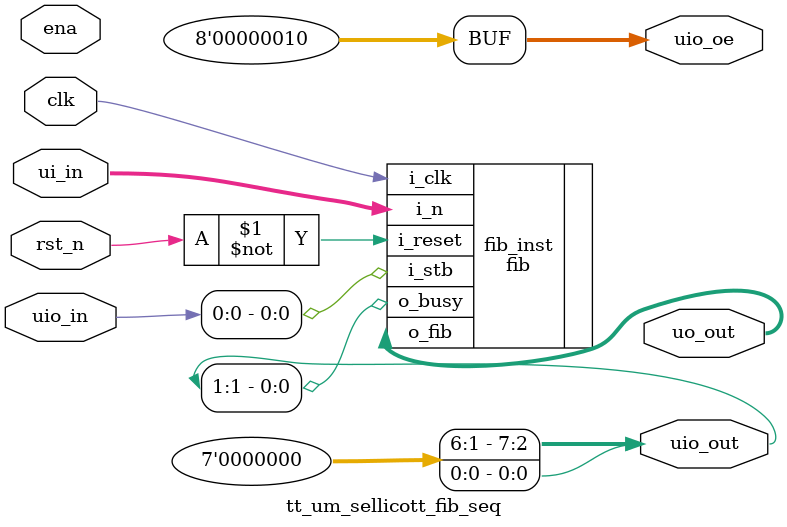
<source format=v>

/*
 * Copyright (c) 2024 Sam Ellicott
 * SPDX-License-Identifier: Apache-2.0
 */

`default_nettype none

module tt_um_sellicott_fib_seq (
    input  wire [7:0] ui_in,    // Dedicated inputs
    output wire [7:0] uo_out,   // Dedicated outputs
    input  wire [7:0] uio_in,   // IOs: Input path
    output wire [7:0] uio_out,  // IOs: Output path
    output wire [7:0] uio_oe,   // IOs: Enable path (active high: 0=input, 1=output)
    input  wire       ena,      // always 1 when the design is powered, so you can ignore it
    input  wire       clk,      // clock
    input  wire       rst_n     // reset_n - low to reset
);

    fib #(
        .WIDTH(8)
    ) fib_inst (
        // global control signals
        .i_reset (~rst_n),
        .i_clk   (clk),

        // control signals
        .i_stb  (uio_in [0]),
        .o_busy (uio_out[1]),

        // module inputs/outputs
        .i_n   (ui_in [7:0]),
        .o_fib (uo_out[7:0])
    );

    // All output pins must be assigned. If not used, assign to 0.
    assign uio_oe [7:0] = 8'h2;
    assign uio_out[7:2] = 6'h0;
    assign uio_out[0]   = 1'h0;

endmodule

</source>
